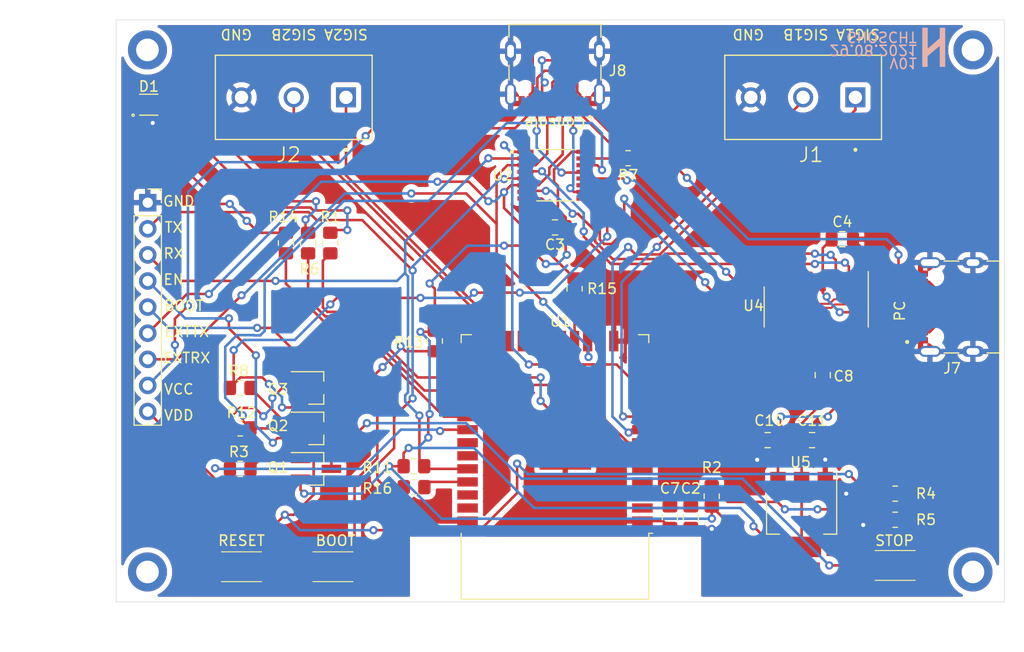
<source format=kicad_pcb>
(kicad_pcb (version 20211014) (generator pcbnew)

  (general
    (thickness 1.6)
  )

  (paper "A4")
  (title_block
    (title "Control")
    (date "2021-08-29")
    (rev "v01")
    (comment 4 "Author: GHOSCHT")
  )

  (layers
    (0 "F.Cu" signal)
    (31 "B.Cu" signal)
    (32 "B.Adhes" user "B.Adhesive")
    (33 "F.Adhes" user "F.Adhesive")
    (34 "B.Paste" user)
    (35 "F.Paste" user)
    (36 "B.SilkS" user "B.Silkscreen")
    (37 "F.SilkS" user "F.Silkscreen")
    (38 "B.Mask" user)
    (39 "F.Mask" user)
    (40 "Dwgs.User" user "User.Drawings")
    (41 "Cmts.User" user "User.Comments")
    (42 "Eco1.User" user "User.Eco1")
    (43 "Eco2.User" user "User.Eco2")
    (44 "Edge.Cuts" user)
    (45 "Margin" user)
    (46 "B.CrtYd" user "B.Courtyard")
    (47 "F.CrtYd" user "F.Courtyard")
    (48 "B.Fab" user)
    (49 "F.Fab" user)
  )

  (setup
    (pad_to_mask_clearance 0)
    (pcbplotparams
      (layerselection 0x00010fc_ffffffff)
      (disableapertmacros false)
      (usegerberextensions true)
      (usegerberattributes true)
      (usegerberadvancedattributes true)
      (creategerberjobfile true)
      (svguseinch false)
      (svgprecision 6)
      (excludeedgelayer true)
      (plotframeref false)
      (viasonmask false)
      (mode 1)
      (useauxorigin false)
      (hpglpennumber 1)
      (hpglpenspeed 20)
      (hpglpendiameter 15.000000)
      (dxfpolygonmode true)
      (dxfimperialunits true)
      (dxfusepcbnewfont true)
      (psnegative false)
      (psa4output false)
      (plotreference true)
      (plotvalue true)
      (plotinvisibletext false)
      (sketchpadsonfab false)
      (subtractmaskfromsilk true)
      (outputformat 1)
      (mirror false)
      (drillshape 0)
      (scaleselection 1)
      (outputdirectory "Gerber/")
    )
  )

  (net 0 "")
  (net 1 "VDD")
  (net 2 "GND")
  (net 3 "MUXDTR")
  (net 4 "VCC")
  (net 5 "Net-(D1-Pad2)")
  (net 6 "Net-(D1-Pad1)")
  (net 7 "Net-(D1-Pad3)")
  (net 8 "RX")
  (net 9 "TX")
  (net 10 "EN")
  (net 11 "BOOT")
  (net 12 "unconnected-(J7-PadA5)")
  (net 13 "unconnected-(J7-PadB8)")
  (net 14 "unconnected-(J7-PadA8)")
  (net 15 "unconnected-(J7-PadB5)")
  (net 16 "EXTRTS")
  (net 17 "EXTDTR")
  (net 18 "Net-(Q2-Pad1)")
  (net 19 "SIG1A")
  (net 20 "SIG1B")
  (net 21 "D+")
  (net 22 "D-")
  (net 23 "SIG2A")
  (net 24 "SIG2B")
  (net 25 "RTS")
  (net 26 "Net-(Q3-Pad1)")
  (net 27 "EXTRX")
  (net 28 "EXTTX")
  (net 29 "DTR")
  (net 30 "LEDR")
  (net 31 "STOPRST")
  (net 32 "Net-(Q1-Pad1)")
  (net 33 "LEDG")
  (net 34 "LEDB")
  (net 35 "MUXRX")
  (net 36 "Net-(R15-Pad2)")
  (net 37 "MUXTX")
  (net 38 "Net-(R16-Pad2)")
  (net 39 "unconnected-(U1-Pad4)")
  (net 40 "unconnected-(U1-Pad5)")
  (net 41 "unconnected-(U1-Pad10)")
  (net 42 "unconnected-(U1-Pad11)")
  (net 43 "MUX")
  (net 44 "unconnected-(U1-Pad13)")
  (net 45 "unconnected-(U1-Pad14)")
  (net 46 "unconnected-(U1-Pad16)")
  (net 47 "unconnected-(U1-Pad19)")
  (net 48 "Net-(Q1-Pad3)")
  (net 49 "unconnected-(U1-Pad20)")
  (net 50 "Net-(C8-Pad2)")
  (net 51 "unconnected-(U1-Pad21)")
  (net 52 "unconnected-(U1-Pad22)")
  (net 53 "unconnected-(U1-Pad23)")
  (net 54 "unconnected-(U1-Pad24)")
  (net 55 "unconnected-(U1-Pad26)")
  (net 56 "unconnected-(U1-Pad29)")
  (net 57 "unconnected-(U1-Pad32)")
  (net 58 "unconnected-(U1-Pad33)")
  (net 59 "unconnected-(U1-Pad36)")
  (net 60 "unconnected-(U1-Pad37)")
  (net 61 "Net-(R5-Pad2)")
  (net 62 "Net-(R7-Pad2)")
  (net 63 "MUXRTS")
  (net 64 "unconnected-(U4-Pad7)")
  (net 65 "unconnected-(U4-Pad8)")
  (net 66 "unconnected-(U4-Pad9)")
  (net 67 "unconnected-(U4-Pad10)")
  (net 68 "unconnected-(U4-Pad11)")
  (net 69 "unconnected-(U4-Pad12)")
  (net 70 "unconnected-(U4-Pad15)")

  (footprint "HRO_TYPE-C-31-M-12:HRO_TYPE-C-31-M-12" (layer "F.Cu") (at 187.96 101.727 90))

  (footprint "Resistor_SMD:R_0805_2012Metric_Pad1.20x1.40mm_HandSolder" (layer "F.Cu") (at 180.399 119.888))

  (footprint "Package_TO_SOT_SMD:SOT-23_Handsoldering" (layer "F.Cu") (at 124.079 117.475))

  (footprint "Resistor_SMD:R_0805_2012Metric_Pad1.20x1.40mm_HandSolder" (layer "F.Cu") (at 116.713 117.475 180))

  (footprint "Resistor_SMD:R_0805_2012Metric_Pad1.20x1.40mm_HandSolder" (layer "F.Cu") (at 180.399 122.428))

  (footprint "SKRKAEE020:SKRKAEE020" (layer "F.Cu") (at 180.399 126.873))

  (footprint "SKRKAEE020:SKRKAEE020" (layer "F.Cu") (at 116.84 127))

  (footprint "HRO_TYPE-C-31-M-12:HRO_TYPE-C-31-M-12" (layer "F.Cu") (at 147.32 76.835 180))

  (footprint "Package_SO:SOIC-16_3.9x9.9mm_P1.27mm" (layer "F.Cu") (at 172.72 101.727 -90))

  (footprint "Capacitor_SMD:C_0805_2012Metric_Pad1.18x1.45mm_HandSolder" (layer "F.Cu") (at 173.355 108.3525 90))

  (footprint "Resistor_SMD:R_0805_2012Metric_Pad1.20x1.40mm_HandSolder" (layer "F.Cu") (at 133.604 117.221))

  (footprint "CUI_TB006-508-03BE:CUI_TB006-508-03BE" (layer "F.Cu") (at 127 81.3255 180))

  (footprint "Resistor_SMD:R_0805_2012Metric_Pad1.20x1.40mm_HandSolder" (layer "F.Cu") (at 162.56 120.142 -90))

  (footprint "CUI_TB006-508-03BE:CUI_TB006-508-03BE" (layer "F.Cu") (at 176.53 81.3255 180))

  (footprint "Capacitor_SMD:C_0805_2012Metric_Pad1.18x1.45mm_HandSolder" (layer "F.Cu") (at 160.528 122.174 -90))

  (footprint "Resistor_SMD:R_0805_2012Metric_Pad1.20x1.40mm_HandSolder" (layer "F.Cu") (at 154.432 87.249 180))

  (footprint "RF_Module:ESP32-WROOM-32" (layer "F.Cu") (at 147.32 114.3 180))

  (footprint "Resistor_SMD:R_0805_2012Metric_Pad1.20x1.40mm_HandSolder" (layer "F.Cu") (at 121.158 95.504 -90))

  (footprint "Package_TO_SOT_SMD:SOT-223-3_TabPin2" (layer "F.Cu") (at 171.3015 121.92 -90))

  (footprint (layer "F.Cu") (at 107.696 127.508))

  (footprint "Resistor_SMD:R_0805_2012Metric_Pad1.20x1.40mm_HandSolder" (layer "F.Cu") (at 149.225 99.949 -90))

  (footprint "CD74HC4053PWR:SOP65P640X120-16N" (layer "F.Cu") (at 147.32 88.9))

  (footprint "Capacitor_SMD:C_0805_2012Metric_Pad1.18x1.45mm_HandSolder" (layer "F.Cu") (at 167.9995 114.681 180))

  (footprint "Resistor_SMD:R_0805_2012Metric_Pad1.20x1.40mm_HandSolder" (layer "F.Cu") (at 116.713 113.538 180))

  (footprint "Capacitor_SMD:C_0805_2012Metric_Pad1.18x1.45mm_HandSolder" (layer "F.Cu") (at 158.496 122.174 -90))

  (footprint "Resistor_SMD:R_0805_2012Metric_Pad1.20x1.40mm_HandSolder" (layer "F.Cu") (at 135.636 105.029 -90))

  (footprint "Capacitor_SMD:C_0805_2012Metric_Pad1.18x1.45mm_HandSolder" (layer "F.Cu") (at 147.32 93.98 180))

  (footprint "Capacitor_SMD:C_0805_2012Metric_Pad1.18x1.45mm_HandSolder" (layer "F.Cu") (at 172.3175 114.681))

  (footprint "TJ-S1615CY6TGLCCSRGB-A5:TJ-S1615CY6TGLCCSRGB-A5" (layer "F.Cu") (at 107.823 82.042))

  (footprint "Connector_PinSocket_2.54mm:PinSocket_1x09_P2.54mm_Vertical" (layer "F.Cu") (at 107.721 91.577))

  (footprint "Capacitor_SMD:C_0805_2012Metric_Pad1.18x1.45mm_HandSolder" (layer "F.Cu") (at 175.26 95.123))

  (footprint "Package_TO_SOT_SMD:SOT-23_Handsoldering" (layer "F.Cu") (at 124.079 109.601))

  (footprint "Package_TO_SOT_SMD:SOT-23_Handsoldering" (layer "F.Cu") (at 124.079 113.538))

  (footprint "Resistor_SMD:R_0805_2012Metric_Pad1.20x1.40mm_HandSolder" (layer "F.Cu") (at 133.62 119.253))

  (footprint (layer "F.Cu") (at 187.96 76.708))

  (footprint "Resistor_SMD:R_0805_2012Metric_Pad1.20x1.40mm_HandSolder" (layer "F.Cu") (at 123.317 95.504 -90))

  (footprint "Resistor_SMD:R_0805_2012Metric_Pad1.20x1.40mm_HandSolder" (layer "F.Cu") (at 125.476 95.504 -90))

  (footprint "Resistor_SMD:R_0805_2012Metric_Pad1.20x1.40mm_HandSolder" (layer "F.Cu") (at 116.713 109.601))

  (footprint "MountingHole:MountingHole_2.2mm_M2_DIN965_Pad" (layer "F.Cu") (at 107.696 76.708))

  (footprint (layer "F.Cu") (at 187.96 127.508))

  (footprint "SKRKAEE020:SKRKAEE020" (layer "F.Cu") (at 125.73 127 180))

  (footprint "logo:logo" (layer "B.Cu") (at 184.15 76.454 180))

  (gr_line (start 104.648 130.429) (end 191.008 130.429) (layer "Edge.Cuts") (width 0.05) (tstamp 00000000-0000-0000-0000-0000612be863))
  (gr_line (start 191.008 73.787) (end 104.648 73.787) (layer "Edge.Cuts") (width 0.05) (tstamp 27cb800c-91f2-4581-a3df-283140f8de7a))
  (gr_line (start 191.008 73.787) (end 191.008 130.429) (layer "Edge.Cuts") (width 0.05) (tstamp 8e2e528c-9fd7-4d33-b2f6-50348f1f17ab))
  (gr_line (start 104.648 73.787) (end 104.648 130.429) (layer "Edge.Cuts") (width 0.05) (tstamp c1dde370-6c97-4cf2-912e-7f65fb9cb8a0))
  (gr_text "V01" (at 181.229 77.978 180) (layer "B.SilkS") (tstamp 0bdb31bb-e7b5-4ded-9a42-2efeb7aa1eac)
    (effects (font (size 1 1) (thickness 0.15)) (justify mirror))
  )
  (gr_text "GHOSCHT" (at 179.07 75.438 180) (layer "B.SilkS") (tstamp 2923ebe6-b266-428c-b7d5-56fe4ec64f67)
    (effects (font (size 1 1) (thickness 0.15)) (justify mirror))
  )
  (gr_text "29.08.2021" (at 178.308 76.708 180) (layer "B.SilkS") (tstamp aa17e972-073e-46ab-870d-59e31e60c64c)
    (effects (font (size 1 1) (thickness 0.15)) (justify mirror))
  )
  (gr_text "BOOT" (at 125.984 124.46) (layer "F.SilkS") (tstamp 088b35ab-6d78-4c44-aeb5-74ffb6209ceb)
    (effects (font (size 1 1) (thickness 0.15)))
  )
  (gr_text "GND" (at 166.116 75.184 180) (layer "F.SilkS") (tstamp 11b9ffc6-14e8-4e91-8762-3d81fe2a07d2)
    (effects (font (size 1 1) (thickness 0.15)))
  )
  (gr_text "TX" (at 110.236 93.98) (layer "F.SilkS") (tstamp 24d2a8f4-83f5-480f-8025-157150dffac1)
    (effects (font (size 1 1) (thickness 0.15)))
  )
  (gr_text "PC" (at 180.848 102.108 90) (layer "F.SilkS") (tstamp 2a8f9805-2ef4-442d-b857-33308da9e6ff)
    (effects (font (size 1 1) (thickness 0.15)))
  )
  (gr_text "EXTTX" (at 111.506 104.14) (layer "F.SilkS") (tstamp 42442343-71e9-4fd8-af53-d327066ba410)
    (effects (font (size 1 1) (thickness 0.15)))
  )
  (gr_text "STOP" (at 180.34 124.46) (layer "F.SilkS") (tstamp 5d4fb0aa-e113-45aa-a776-e15a6f39ec77)
    (effects (font (size 1 1) (thickness 0.15)))
  )
  (gr_text "RESET" (at 116.84 124.46) (layer "F.SilkS") (tstamp 621c3af4-90a1-4ba1-81a2-96555f589eec)
    (effects (font (size 1 1) (thickness 0.15)))
  )
  (gr_text "VCC" (at 110.744 109.728) (layer "F.SilkS") (tstamp 6226a305-f20f-4b9e-b4cb-51ceb4b5635c)
    (effects (font (size 1 1) (thickness 0.15)))
  )
  (gr_text "SIG1A" (at 176.784 75.184 180) (layer "F.SilkS") (tstamp 6cdf380d-6a57-49a6-8f50-d7a4f8042bdc)
    (effects (font (size 1 1) (thickness 0.15)))
  )
  (gr_text "SIG1B" (at 171.704 75.184 180) (layer "F.SilkS") (tstamp 80184351-19b3-4bcd-82a1-58efa7bb8354)
    (effects (font (size 1 1) (thickness 0.15)))
  )
  (gr_text "SIG2B" (at 121.92 75.184 180) (layer "F.SilkS") (tstamp 898d1a4e-37cd-49c7-9c88-360a5e2964d8)
    (effects (font (size 1 1) (thickness 0.15)))
  )
  (gr_text "EXTRX" (at 111.506 106.68) (layer "F.SilkS") (tstamp 92cb1f6a-7469-4da5-bac0-8161abd9c26a)
    (effects (font (size 1 1) (thickness 0.15)))
  )
  (gr_text "GND" (at 110.744 91.44) (layer "F.SilkS") (tstamp a97de3bc-5ccd-42d6-9a63-b1503b8a9792)
    (effects (font (size 1 1) (thickness 0.15)))
  )
  (gr_text "VDD" (at 110.744 112.268) (layer "F.SilkS") (tstamp ae528489-6d55-4f16-814d-6ca34115416c)
    (effects (font (size 1 1) (thickness 0.15)))
  )
  (gr_text "EN" (at 110.236 99.06) (layer "F.SilkS") (tstamp aead7a94-6d70-4c1c-a9ab-3cb20a40441b)
    (effects (font (size 1 1) (thickness 0.15)))
  )
  (gr_text "SIG2A" (at 127 75.184 180) (layer "F.SilkS") (tstamp c536e94d-b0a9-457b-87ac-a4d2776a6072)
    (effects (font (size 1 1) (thickness 0.15)))
  )
  (gr_text "GND" (at 116.332 75.184 180) (layer "F.SilkS") (tstamp cdd4d047-9758-4b64-9ac5-1aaa6e3ca935)
    (effects (font (size 1 1) (thickness 0.15)))
  )
  (gr_text "BOOT" (at 111.252 101.6) (layer "F.SilkS") (tstamp f4ac5d7d-9a90-4d9f-9cdf-2565605b767d)
    (effects (font (size 1 1) (thickness 0.15)))
  )
  (gr_text "Console" (at 147.32 83.82 180) (layer "F.SilkS") (tstamp f588c104-1c05-4c2f-97b5-7cbc3bc48578)
    (effects (font (size 1 1) (thickness 0.15)))
  )
  (gr_text "RX" (at 110.236 96.52) (layer "F.SilkS") (tstamp f6aa4674-d291-423a-aa6a-d393beaaa511)
    (effects (font (size 1 1) (thickness 0.15)))
  )

  (segment (start 176.53 102.235) (end 177.165 102.87) (width 0.25) (layer "F.Cu") (net 1) (tstamp 0772fd48-5bc3-4da8-9b0d-ccf6209591d0))
  (segment (start 134.239 104.14) (end 135.525 104.14) (width 0.25) (layer "F.Cu") (net 1) (tstamp 09539c11-3ba5-4276-b948-a5382bb78908))
  (segment (start 173.355 99.252) (end 173.355 100.33) (width 0.25) (layer "F.Cu") (net 1) (tstamp 0a9c7f15-aa9f-4a0a-b05c-3fc15e0d0978))
  (segment (start 173.355 99.252) (end 173.355 95.9905) (width 0.25) (layer "F.Cu") (net 1) (tstamp 0b3fd315-37ba-42d0-8b56-30a8f9dcf11b))
  (segment (start 171.28 113.089993) (end 171.28 114.681) (width 0.25) (layer "F.Cu") (net 1) (tstamp 0b7afe7a-ff88-44ea-ac05-02dfa9d6276c))
  (segment (start 114.32352 118.49952) (end 122.50448 118.49952) (width 0.25) (layer "F.Cu") (net 1) (tstamp 0ceddf5b-010b-4f0e-9269-3bad7cb9d81b))
  (segment (start 148.3575 93.002698) (end 148.3575 93.98) (width 0.25) (layer "F.Cu") (net 1) (tstamp 1a749d4d-d750-4ef4-8ae3-8f732e4329d6))
  (segment (start 132.604 115.935) (end 133.096 115.443) (width 0.25) (layer "F.Cu") (net 1) (tstamp 1aece9cb-2b9d-4518-9f44-0ccc0cdea940))
  (segment (start 162.56 122.303569) (end 162.574027 122.317596) (width 0.25) (layer "F.Cu") (net 1) (tstamp 1ba25e51-decd-41d7-b19b-b2ab586c204c))
  (segment (start 135.001 114.427) (end 135.001 112.268) (width 0.25) (layer "F.Cu") (net 1) (tstamp 295b5c8a-7bd7-4591-ade0-3435507c03b4))
  (segment (start 122.579 118.425) (end 122.579 119.531) (width 0.25) (layer "F.Cu") (net 1) (tstamp 343cb678-90ca-4aff-af78-94cc88a75536))
  (segment (start 132.604 117.221) (end 131.191 117.221) (width 0.25) (layer "F.Cu") (net 1) (tstamp 345072f7-c29d-4b13-bb9b-df0230736cf0))
  (segment (start 171.3015 114.7025) (end 171.28 114.681) (width 0.25) (layer "F.Cu") (net 1) (tstamp 35c989e0-39e1-43ec-b239-d7e1dcb0c7f0))
  (segment (start 162.56 121.142) (end 162.56 122.303569) (width 0.25) (layer "F.Cu") (net 1) (tstamp 40840c3a-c337-4642-82f1-bbf967ef10a6))
  (segment (start 148.463 96.647) (end 148.3575 96.5415) (width 0.25) (layer "F.Cu") (net 1) (tstamp 418b02e3-6526-4cf0-82ea-c3c3238b2643))
  (segment (start 135.525 104.14) (end 135.636 104.029) (width 0.25) (layer "F.Cu") (net 1) (tstamp 427bd064-4fc8-407a-a475-7edd970c0697))
  (segment (start 144.653 95.758) (end 146.431 97.536) (width 0.25) (layer "F.Cu") (net 1) (tstamp 4ec9d43d-a546-4687-9474-3b0dd77d9b21))
  (segment (start 173.355 95.9905) (end 174.2225 95.123) (width 0.25) (layer "F.Cu") (net 1) (tstamp 5068ffea-401d-480b-be7d-45dcc507ba42))
  (segment (start 147.230499 89.563181) (end 147.605022 89.937704) (width 0.25) (layer "F.Cu") (net 1) (tstamp 50ef0067-b3a9-43c5-b537-d51ed6c443b2))
  (segment (start 162.417 121.285) (end 162.56 121.142) (width 0.25) (layer "F.Cu") (net 1) (tstamp 585653c5-22e7-4d7b-9b71-fb8ec0e14d9c))
  (segment (start 122.50448 118.49952) (end 122.579 118.425) (width 0.25) (layer "F.Cu") (net 1) (tstamp 58d3fcfb-bd84-4bf3-8b51-59e23982d9e7))
  (segment (start 147.605022 89.937704) (end 147.605022 92.25022) (width 0.25) (layer "F.Cu") (net 1) (tstamp 5e950593-e787-492f-8b7c-8f547d7dba36))
  (segment (start 173.355 100.33) (end 173.736 100.711) (width 0.25) (layer "F.Cu") (net 1) (tstamp 6744e999-2a5e-48b8-9441-51aa812e68d7))
  (segment (start 171.3015 118.77) (end 171.3015 114.7025) (width 0.25) (layer "F.Cu") (net 1) (tstamp 6a1c6a39-a320-48b7-bab4-cc1192b1ccdd))
  (segment (start 177.165 104.202) (end 177.165 107.204993) (width 0.25) (layer "F.Cu") (net 1) (tstamp 73c11c9b-605e-4462-916a-83ee7cabbb43))
  (segment (start 173.355 99.252) (end 173.355 99.628072) (width 0.25) (layer "F.Cu") (net 1) (tstamp 7ba12f4a-ec6d-468c-99a1-51f405e6fc04))
  (segment (start 158.3475 121.285) (end 158.496 121.1365) (width 0.25) (layer "F.Cu") (net 1) (tstamp 7e475ffe-a64d-4cb1-820d-307b1df0149b))
  (segment (start 171.3015 125.07) (end 171.3015 118.77) (width 0.25) (layer "F.Cu") (net 1) (tstamp 94577e12-7b64-44c8-b56e-7cfead54a3c0))
  (segment (start 148.9514 86.625) (end 147.230499 88.345901) (width 0.25) (layer "F.Cu") (net 1) (tstamp 9ce3bc21-a5b6-49f5-b629-dc32c558e229))
  (segment (start 107.721 111.897) (end 114.32352 118.49952) (width 0.25) (layer "F.Cu") (net 1) (tstamp 9e1b2541-b67f-4b5e-bd09-efd5a0086134))
  (segment (start 147.230499 88.345901) (end 147.230499 89.563181) (width 0.25) (layer "F.Cu") (net 1) (tstamp 9f693ee3-ffa9-44a2-84e0-ac72d6dbe1a3))
  (segment (start 168.631 125.07) (end 171.3015 125.07) (width 0.25) (layer "F.Cu") (net 1) (tstamp a3072ae1-ed83-4f33-945e-0faa9a355cd9))
  (segment (start 160.3795 121.285) (end 160.528 121.1365) (width 0.25) (layer "F.Cu") (net 1) (tstamp af438183-42bf-4f00-95bd-83cb89f716bf))
  (segment (start 122.579 119.531) (end 122.936 119.888) (width 0.25) (layer "F.Cu") (net 1) (tstamp b34bf608-3625-42a2-9d34-609708d3b8fe))
  (segment (start 148.3575 96.5415) (end 148.3575 93.98) (width 0.25) (layer "F.Cu") (net 1) (tstamp b3668f36-2753-47f4-9a49-876054e09a6f))
  (segment (start 177.165 102.87) (end 177.165 104.202) (width 0.25) (layer "F.Cu") (net 1) (tstamp b52c907b-8b3f-4ef5-87d2-50ffb8fd7ffc))
  (segment (start 177.165 107.204993) (end 171.28 113.089993) (width 0.25) (layer "F.Cu") (net 1) (tstamp b57cd337-be8b-4f7a-a766-04c16dc178dd))
  (segment (start 166.624 123.063) (end 168.631 125.07) (width 0.25) (layer "F.Cu") (net 1) (tstamp b8994439-f905-486b-a09a-92ac5c78d058))
  (segment (start 150.19 86.625) (end 148.9514 86.625) (width 0.25) (layer "F.Cu") (net 1) (tstamp cc753394-79ea-4b53-a8af-a1bf7d53b10f))
  (segment (start 135.636 104.029) (end 135.636 99.949) (width 0.25) (layer "F.Cu") (net 1) (tstamp cff3efef-0f8f-4180-b13e-7b9f6aaf6281))
  (segment (start 135.636 99.949) (end 135.128 99.441) (width 0.25) (layer "F.Cu") (net 1) (tstamp d5eef11e-fe21-4235-bc85-2c8920677f98))
  (segment (start 132.604 117.221) (end 132.604 115.935) (width 0.25) (layer "F.Cu") (net 1) (tstamp d65d2812-1361-43d8-8287-3dd1106c2248))
  (segment (start 135.001 112.268) (end 135.128 112.141) (width 0.25) (layer "F.Cu") (net 1) (tstamp d752649f-8867-4a3d-b289-6187db024c75))
  (segment (start 175.006 102.235) (end 176.53 102.235) (width 0.25) (layer "F.Cu") (net 1) (tstamp da40ea85-accb-4afa-806b-e4833abeed1e))
  (segment (start 147.605022 92.25022) (end 148.3575 93.002698) (width 0.25) (layer "F.Cu") (net 1) (tstamp defb4790-822e-406a-886d-2dccfcf9a195))
  (segment (start 166.488 125.07) (end 171.3015 125.07) (width 0.25) (layer "F.Cu") (net 1) (tstamp dfcc44e6-66e9-4833-ab3a-cf321b167f99))
  (segment (start 142.367 95.758) (end 144.653 95.758) (width 0.25) (layer "F.Cu") (net 1) (tstamp e90ee953-5405-4a9d-af65-8a627a5e9c27))
  (segment (start 155.82 121.285) (end 162.417 121.285) (width 0.25) (layer "F.Cu") (net 1) (tstamp eebd6bcd-d38b-41a3-be37-17ab9bba9c94))
  (segment (start 162.56 121.142) (end 166.488 125.07) (width 0.25) (layer "F.Cu") (net 1) (tstamp f040acb9-c12e-4982-b2c7-91a4175db405))
  (via (at 166.624 123.063) (size 0.8) (drill 0.4) (layers "F.Cu" "B.Cu") (net 1) (tstamp 062b7267-dd0d-4fa2-90b3-f30d0a45ad2c))
  (via (at 133.096 115.443) (size 0.8) (drill 0.4) (layers "F.Cu" "B.Cu") (net 1) (tstamp 2021f175-0a66-43bc-8c54-3b3b783c01d1))
  (via (at 173.736 100.711) (size 0.8) (drill 0.4) (layers "F.Cu" "B.Cu") (net 1) (tstamp 232054d8-fe51-4f6e-b84d-2bc2bf4f3aa0))
  (via (at 142.367 95.758) (size 0.8) (drill 0.4) (layers "F.Cu" "B.Cu") (net 1) (tstamp 4501db26-2488-4db9-af45-4b3467011c80))
  (via (at 134.239 104.14) (size 0.8) (drill 0.4) (layers "F.Cu" "B.Cu") (net 1) (tstamp 492b4325-719b-4029-8f69-57186437ff7d))
  (via (at 135.128 99.441) (size 0.8) (drill 0.4) (layers "F.Cu" "B.Cu") (net 1) (tstamp 6221b4e6-9140-4049-861c-0eafd26316ba))
  (via (at 148.463 96.647) (size 0.8) (drill 0.4) (layers "F.Cu" "B.Cu") (net 1) (tstamp 6cb093cc-353e-4b67-8094-551608dc1e7e))
  (via (at 162.574027 122.317596) (size 0.8) (drill 0.4) (layers "F.Cu" "B.Cu") (net 1) (tstamp 89da002b-1c6b-4f22-a7ad-bcf65f82819e))
  (via (at 135.001 114.427) (size 0.8) (drill 0.4) (layers "F.Cu" "B.Cu") (net 1) (tstamp 9cb21eb4-986e-4d26-9147-63d29d7c7b73))
  (via (at 135.128 112.141) (size 0.8) (drill 0.4) (layers "F.Cu" "B.Cu") (net 1) (tstamp bfbdec1c-3f00-4e3f-a960-a05ea99d5c95))
  (via (at 146.431 97.536) (size 0.8) (drill 0.4) (layers "F.Cu" "B.Cu") (net 1) (tstamp c4676c82-8be7-43c7-ade8-7271cc2a881f))
  (via (at 175.006 102.235) (size 0.8) (drill 0.4) (layers "F.Cu" "B.Cu") (net 1) (tstamp d5eae238-2bf7-49b2-a399-fc40f0683f3a))
  (via (at 122.936 119.888) (size 0.8) (drill 0.4) (layers "F.Cu" "B.Cu") (net 1) (tstamp dc544e89-32c3-4445-98c2-04b3b91d6685))
  (via (at 131.191 117.221) (size 0.8) (drill 0.4) (layers "F.Cu" "B.Cu") (net 1) (tstamp fb89ad61-c608-4886-acc7-50d84b02865b))
  (segment (start 131.191 117.221) (end 136.297543 122.327543) (width 0.25) (layer "B.Cu") (net 1) (tstamp 09510aad-744d-4e76-84e6-9e7d678cbe82))
  (segment (start 145.288 121.285) (end 165.354 121.285) (width 0.25) (layer "B.Cu") (net 1) (tstamp 0a647962-4c56-4172-be0a-4f9de1603a5c))
  (segment (start 122.936 119.888) (end 128.524 119.888) (width 0.25) (layer "B.Cu") (net 1) (tstamp 0dadc6cf-eb96-4951-85e9-e0c787c3fdfc))
  (segment (start 136.297543 122.327543) (end 162.56408 122.327543) (width 0.25) (layer "B.Cu") (net 1) (tstamp 1458f440-8773-4375-a788-3dacc7873cb6))
  (segment (start 173.736 100.965) (end 175.006 102.235) (width 0.25) (layer "B.Cu") (net 1) (tstamp 1a060c41-e347-43d0-be76-cda6be6fabdb))
  (segment (start 162.56408 122.327543) (end 162.574027 122.317596) (width 0.25) (layer "B.Cu") (net 1) (tstamp 1b88db39-08c0-4e9a-928c-64d2b65e8f13))
  (segment (start 146.431 97.536) (end 147.574 97.536) (width 0.25) (layer "B.Cu") (net 1) (tstamp 2198910c-e4cf-47f8-bf8f-cbbbc3478ac3))
  (segment (start 139.446 115.443) (end 144.526 120.523) (width 0.25) (layer "B.Cu") (net 1) (tstamp 27203a8d-4795-4d80-929b-a10d6b0b87c6))
  (segment (start 144.526 120.523) (end 145.288 121.285) (width 0.25) (layer "B.Cu") (net 1) (tstamp 2e1e1f54-ac82-4b74-8011-4d33c5b18bfe))
  (segment (start 135.128 112.141) (end 135.128 105.029) (width 0.25) (layer "B.Cu") (net 1) (tstamp 3186f461-6363-44b7-a33a-33bed59e4434))
  (segment (start 147.574 97.536) (end 148.463 96.647) (width 0.25) (layer "B.Cu") (net 1) (tstamp 40ac8635-5d7f-4583-b6fb-cb9e6af80bde))
  (segment (start 166.624 122.555) (end 166.624 123.063) (width 0.25) (layer "B.Cu") (net 1) (tstamp 482fa3fa-152a-46d2-a358-e6e5456679f0))
  (segment (start 138.811 95.758) (end 142.367 95.758) (width 0.25) (layer "B.Cu") (net 1) (tstamp 4c613a89-ac24-4a04-a084-f9e352b15c0b))
  (segment (start 133.096 115.443) (end 139.446 115.443) (width 0.25) (layer "B.Cu") (net 1) (tstamp 4dc71bd7-9ba5-4dfe-813d-719e0bd29d51))
  (segment (start 173.736 100.711) (end 173.736 100.965) (width 0.25) (layer "B.Cu") (net 1) (tstamp 7b186dc8-e40f-4e57-b661-81bd77a787b0))
  (segment (start 133.096 115.443) (end 133.985 115.443) (width 0.25) (layer "B.Cu") (net 1) (tstamp 7b1c8056-d92e-4fa6-97c4-e749f8a138eb))
  (segment (start 128.524 119.888) (end 131.191 117.221) (width 0.25) (layer "B.Cu") (net 1) (tstamp 7fb664a2-82a3-4290-b696-2187d2a43efa))
  (segment (start 135.128 105.029) (end 134.239 104.14) (width 0.25) (layer "B.Cu") (net 1) (tstamp 815965e0-40fa-4af4-8276-781b56064ceb))
  (segment (start 135.128 99.441) (end 138.811 95.758) (width 0.25) (layer "B.Cu") (net 1) (tstamp b3861277-460b-459f-9615-f77724548773))
  (segment (start 133.985 115.443) (end 135.001 114.427) (width 0.25) (layer "B.Cu") (net 1) (tstamp c1e67729-27c7-45dc-869e-f9df84ca8004))
  (segment (start 165.354 121.285) (end 166.624 122.555) (width 0.25) (layer "B.Cu") (net 1) (tstamp cdb135f7-4bd2-40de-96dd-3dff49867a2d))
  (segment (start 166.962 114.681) (end 166.962 116.5645) (width 0.25) (layer "F.Cu") (net 2) (tstamp 1b1a26fb-eea8-4963-98ba-3cac0a0e7699))
  (segment (start 173.6015 118.77) (end 173.6015 116.572) (width 0.25) (layer "F.Cu") (net 2) (tstamp 22dd4885-f793-41fd-ba84-9e4b22514ffd))
  (segment (start 173.6015 116.572) (end 173.6015 114.9275) (width 0.25) (layer "F.Cu") (net 2) (tstamp 24d69e87-630c-4724-b73d-b9e4caa64bc0))
  (segment (start 106.951 82.567) (end 108.204 83.82) (width 0.25) (layer "F.Cu") (net 2) (tstamp 28710afd-dbe4-49da-80e6-73b74ac15c5b))
  (segment (start 162.4545 123.2115) (end 162.56 123.317) (width 0.25) (layer "F.Cu") (net 2) (tstamp 3341f917-00e9-4810-94f3-96deafe06e46))
  (segment (start 173.6015 118.77) (end 174.523 118.77) (width 0.25) (layer "F.Cu") (net 2) (tstamp 4fa34a99-9ad0-40fe-b35b-ef05b125c097))
  (segment (start 176.2975 95.123) (end 177.165 95.9905) (width 0.25) (layer "F.Cu") (net 2) (tstamp 5113a62a-daec-470b-a57d-52848c897cce))
  (segment (start 157.8395 122.555) (end 158.496 123.2115) (width 0.25) (layer "F.Cu") (net 2) (tstamp 59e48bd4-8c69-4be4-8845-3a9b411cbd7a))
  (segment (start 146.2825 93.98) (end 146.2825 91.4185) (width 0.25) (layer "F.Cu") (net 2) (tstamp 725aa646-07f4-41a4-87d7-9ecbdefef9f2))
  (segment (start 160.528 123.2115) (end 162.4545 123.2115) (width 0.25) (layer "F.Cu") (net 2) (tstamp 73ad6bf0-ec84-4d6c-b16b-9e75d276023d))
  (segment (start 178.891 122.936) (end 179.399 122.428) (width 0.25) (layer "F.Cu") (net 2) (tstamp 7ad25299-91f9-411e-a806-ef030c3fa5ee))
  (segment (start 166.962 116.5645) (end 166.9835 116.586) (width 0.25) (layer "F.Cu") (net 2) (tstamp 8d9d6cc8-1df0-4396-b630-452cd78f693c))
  (segment (start 158.496 123.2115) (end 160.528 123.2115) (width 0.25) (layer "F.Cu") (net 2) (tstamp a8d0cb69-2c4b-4754-99f8-fc8a779a0974))
  (segment (start 146.2825 91.4185) (end 146.039 91.175) (width 0.25) (layer "F.Cu") (net 2) (tstamp b074f8cd-fad1-46b9-932c-c465284afbb1))
  (segment (start 146.039 91.175) (end 144.45 91.175) (width 0.25) (layer "F.Cu") (net 2) (tstamp b3681630-b389-486a-b9d4-90e531d3386b))
  (segment (start 177.292 122.936) (end 178.891 122.936) (width 0.25) (layer "F.Cu") (net 2) (tstamp b7c4e718-e9fc-41f2-9dde-a81edcc7f4a8))
  (segment (start 174.523 118.77) (end 175.641 119.888) (width 0.25) (layer "F.Cu") (net 2) (tstamp c01a7fa2-f6d9-4011-84aa-912ba0204808))
  (segment (start 177.165 95.9905) (end 177.165 99.252) (width 0.25) (layer "F.Cu") (net 2) (tstamp c0662c31-007e-4a59-9a39-643b26e05f6a))
  (segment (start 106.948 82.567) (end 106.951 82.567) (width 0.25) (layer "F.Cu") (net 2) (tstamp c092d043-177b-4258-bbe1-d02c6aa9e6f2))
  (segment (start 155.82 122.555) (end 157.8395 122.555) (width 0.25) (layer "F.Cu") (net 2) (tstamp cb6740b8-549b-4a6a-8a21-34c650e4454b))
  (segment (start 173.6015 114.9275) (end 173.355 114.681) (width 0.25) (layer "F.Cu") (net 2) (tstamp ceff2bb7-36a6-4e42-aa95-a1cec1a60fac))
  (via (at 173.6015 116.572) (size 0.8) (drill 0.4) (layers "F.Cu" "B.Cu") (net 2) (tstamp 4b7111c5-fe81-4118-b1e4-c4d052eff531))
  (via (at 162.56 123.317) (size 0.8) (drill 0.4) (layers "F.Cu" "B.Cu") (net 2) (tstamp 5d2bd8b0-5cab-45cd-94be-9e46fce1ebdf))
  (via (at 108.204 83.82) (size 0.8) (drill 0.4) (layers "F.Cu" "B.Cu") (net 2) (tstamp 65d4236e-6c52-480b-8bda-0f826f32e119))
  (via (at 177.292 122.936) (size 0.8) (drill 0.4) (layers "F.Cu" "B.Cu") (net 2) (tstamp cc7203da-a79f-4b15-b87e-565d408b2693))
  (via (at 166.9835 116.586) (size 0.8) (drill 0.4) (layers "F.Cu" "B.Cu") (net 2) (tstamp dc882d02-3cc4-472e-953a-e876b227b064))
  (via (at 175.641 119.888) (size 0.8) (drill 0.4) (layers "F.Cu" "B.Cu") (net 2) (tstamp f4c05903-6605-4c59-ad49-bc9b4a305eef))
  (segment (start 177.292 121.539) (end 177.292 122.936) (width 0.25) (layer "B.Cu") (net 2) (tstamp 0af4423f-526a-4566-a231-c799bbcf3554))
  (segment (start 173.5875 116.586) (end 173.6015 116.572) (width 0.25) (layer "B.Cu") (net 2) (tstamp 4acd1988-a84c-4fb0-9206-61ba33a2c8cf))
  (segment (start 175.641 119.888) (end 177.292 121.539) (width 0.25) (layer "B.Cu") (net 2) (tstamp d221c8f4-d085-4b97-97ff-586e683055df))
  (segment (start 166.9835 116.586) (end 173.5875 116.586) (width 0.25) (layer "B.Cu") (net 2) (tstamp efe235e4-df1a-4e7e-a7e1-ee59b8d2a127))
  (segment (start 173.355 109.39) (end 171.816928 109.39) (width 0.25) (layer "F.Cu") (net 3) (tstamp 1c3898c9-3ac5-4d44-b9d9-c1020fe387a4))
  (segment (start 171.816928 109.39) (end 161.925 99.498072) (width 0.25) (layer "F.Cu") (net 3) (tstamp 21bfb576-c1af-4d62-81a8-6e7add502321))
  (segment (start 152.099901 95.593501) (end 151.675499 95.169099) (width 0.25) (layer "F.Cu") (net 3) (tstamp 470d1942-5b9b-4342-843d-aef6b12b04ae))
  (segment (start 151.675499 92.660499) (end 150.19 91.175) (width 0.25) (layer "F.Cu") (net 3) (tstamp 50e6951e-070a-4712-8d51-d68f34bd0479))
  (segment (start 151.675499 95.169099) (end 151.675499 92.660499) (width 0.25) (layer "F.Cu") (net 3) (tstamp 7180e7ea-9ace-46a6-9015-3c87fe6a25bb))
  (segment (start 154.051 91.186) (end 154.051 94.3696) (width 0.25) (layer "F.Cu") (net 3) (tstamp 95a326cc-494d-424f-9e30-10f61f7db13d))
  (segment (start 161.925 99.498072) (end 161.925 99.314) (width 0.25) (layer "F.Cu") (net 3) (tstamp c1f79773-ba42-4db4-84ff-a5f20356e84d))
  (segment (start 154.051 94.3696) (end 152.827099 95.593501) (width 0.25) (layer "F.Cu") (net 3) (tstamp dd76bfe3-6145-471a-a6e2-f667ce6b2608))
  (segment (start 152.827099 95.593501) (end 152.099901 95.593501) (width 0.25) (layer "F.Cu") (net 3) (tstamp ffb2000e-84fc-40fb-a847-21f7a641599d))
  (via (at 161.925 99.314) (size 0.8) (drill 0.4) (layers "F.Cu" "B.Cu") (net 3) (tstamp 298c1273-0262-4481-88f4-f395c24d986b))
  (via (at 154.051 91.186) (size 0.8) (drill 0.4) (layers "F.Cu" "B.Cu") (net 3) (tstamp 2ba2cf8b-7e8c-4592-aac0-8187924a8897))
  (segment (start 161.925 99.314) (end 154.051 91.44) (width 0.25) (layer "B.Cu") (net 3) (tstamp 3a3a4e13-c3e9-4ddd-ad75-8f0424005dd2))
  (segment (start 154.051 91.44) (end 154.051 91.186) (width 0.25) (layer "B.Cu") (net 3) (tstamp 443e0251-73ce-467c-b489-27f0a14fe129))
  (segment (start 149.485479 76.968479) (end 149.485479 80.785108) (width 0.25) (layer "F.Cu") (net 4) (tstamp 13f83cd7-de8f-485c-be0e-4b54fafcde0e))
  (segment (start 183.725371 104.177) (end 185.039 102.863371) (width 0.25) (layer "F.Cu") (net 4) (tstamp 159a00be-8b01-4939-8a20-1270111fc2a9))
  (segment (start 182.865 99.277) (end 183.689022 99.277) (width 0.25) (layer "F.Cu") (net 4) (tstamp 1db97cd5-a9c7-49d5-ac3c-31561c13d7ce))
  (segment (start 169.0015 114.7165) (end 169.037 114.681) (width 0.25) (layer "F.Cu") (net 4) (tstamp 22cdb84e-9808-4f6e-9d3c-ec737dff4006))
  (segment (start 149.77 82.905) (end 153.08948 86.22448) (width 0.25) (layer "F.Cu") (net 4) (tstamp 24a583aa-0f30-44d0-a9a2-5b4656a97115))
  (segment (start 182.865 104.177) (end 181.89 104.177) (width 0.25) (layer "F.Cu") (net 4) (tstamp 31f68ee2-e0c7-40c5-a039-bf6aa69b083c))
  (segment (start 129.667 84.328) (end 128.905 85.09) (width 0.25) (layer "F.Cu") (net 4) (tstamp 44f325b7-2434-46be-9c68-c124715d1134))
  (segment (start 182.865 104.177) (end 183.725371 104.177) (width 0.25) (layer "F.Cu") (net 4) (tstamp 52f7eda6-fd5b-45d7-8bb2-d7202850821c))
  (segment (start 169.0015 118.77) (end 169.0015 114.7165) (width 0.25) (layer "F.Cu") (net 4) (tstamp 576f94d2-86cc-4d8a-b740-797c616fa01c))
  (segment (start 183.689022 99.277) (end 185.039 100.626978) (width 0.25) (layer "F.Cu") (net 4) (tstamp 60cf15eb-a9ee-40b5-89ae-b6a31cfc5fa6))
  (segment (start 185.039 102.863371) (end 185.039 101.219) (width 0.25) (layer "F.Cu") (net 4) (tstamp 676a8f69-db83-4e4e-bc79-7b0584db297e))
  (segment (start 144.87 82.905) (end 143.447 84.328) (width 0.25) (layer "F.Cu") (net 4) (tstamp 70619cc5-1c6f-48c2-9b10-232582f78a7c))
  (segment (start 169.291 114.427) (end 169.037 114.681) (width 0.25) (layer "F.Cu") (net 4) (tstamp 710596b1-3d67-433c-9052-07eb5c967758))
  (segment (start 169.291 112.395) (end 169.291 114.427) (width 0.25) (layer "F.Cu") (net 4) (tstamp 733fc3da-e9cc-4149-8c0f-4d1dbe4e5bed))
  (segment (start 185.039 100.626978) (end 185.039 101.219) (width 0.25) (layer "F.Cu") (net 4) (tstamp 739b332b-cf66-40c8-b6eb-859e1a1df42d))
  (segment (start 145.154521 77.095479) (end 145.796 76.454) (width 0.25) (layer "F.Cu") (net 4) (tstamp 7401f853-b4d1-48b8-bf29-a300484159fd))
  (segment (start 180.721 96.647) (end 180.721 98.108) (width 0.25) (layer "F.Cu") (net 4) (tstamp 8379ea4c-bb45-4960-a402-e6c9cfef45fc))
  (segment (start 149.77 81.069629) (end 149.77 81.93) (width 0.25) (layer "F.Cu") (net 4) (tstamp 8b1e5577-f512-4e17-9b8a-b8f5a598adf1))
  (segment (start 181.89 99.277) (end 182.865 99.277) (width 0.25) (layer "F.Cu") (net 4) (tstamp 8e0ead45-4c20-4b9c-b2c4-eb8d93c6147f))
  (segment (start 148.971 76.454) (end 149.485479 76.968479) (width 0.25) (layer "F.Cu") (net 4) (tstamp 8f17ef81-8651-4c75-93ec-537a207cd59c))
  (segment (start 144.87 81.069629) (end 145.154521 80.785108) (width 0.25) (layer "F.Cu") (net 4) (tstamp 98c6e729-5491-42d1-bdd1-3ad0b02fc0a5))
  (segment (start 173.863 112.204) (end 173.863 112.395) (width 0.25) (layer "F.Cu") (net 4) (tstamp 9a430b43-2369-45cf-bff2-2e8002afe0b9))
  (segment (start 180.721 98.108) (end 181.89 99.277) (width 0.25) (layer "F.Cu") (net 4) (tstamp 9ac7b8fa-9780-4cae-a1d2-c8642f09820a))
  (segment (start 129.794 84.328) (end 129.667 84.328) (width 0.25) (layer "F.Cu") (net 4) (tstamp a315dfc8-c11a-409b-bf85-1226d0fdb62e))
  (segment (start 110.363 102.87) (end 110.363 105.41) (width 0.25) (layer "F.Cu") (net 4) (tstamp acc25bff-a2ae-44d4-a22f-49eacdbb63fb))
  (segment (start 157.21748 86.22448) (end 160.147 89.154) (width 0.25) (layer "F.Cu") (net 4) (tstamp b58ed26e-a550-4162-b104-fafc9d6e8463))
  (segment (start 145.154521 80.785108) (end 145.154521 77.095479) (width 0.25) (layer "F.Cu") (net 4) (tstamp b67bd46e-8e27-46c9-a228-d31a75e65ca8))
  (segment (start 144.87 81.93) (end 144.87 81.069629) (width 0.25) (layer "F.Cu") (net 4) (tstamp bc05e958-067d-4f77-acb2-e677e3a4011e))
  (segment (start 181.89 104.177) (end 173.863 112.204) (width 0.25) (layer "F.Cu") (net 4) (tstamp bd0dd924-bb8c-42f1-8b45-50195b8253aa))
  (segment (start 153.08948 86.22448) (end 157.21748 86.22448) (width 0.25) (layer "F.Cu") (net 4) (tstamp bd144e47-ee69-44af-b18f-c084705fecea))
  (segment (start 111.633 101.6) (end 110.363 102.87) (width 0.25) (layer "F.Cu") (net 4) (tstamp c00c5cdc-e2cb-4281-a355-ceb21eef17fe))
  (segment (start 149.485479 80.785108) (end 149.77 81.069629) (width 0.25) (layer "F.Cu") (net 4) (tstamp e51734af-6b81-493e-b1bd-f33ca2b4c493))
  (segment (start 149.77 81.93) (end 149.77 82.905) (width 0.25) (layer "F.Cu") (net 4) (tstamp ef53cd1c-7c4b-4540-835b-9e68e41635aa))
  (segment (start 143.447 84.328) (end 129.794 84.328) (width 0.25) (layer "F.Cu") (net 4) (tstamp f0926dee-6a22-4dc2-96fe-a98b3d49e4db))
  (segment (start 145.796 76.454) (end 148.971 76.454) (width 0.25) (layer "F.Cu") (net 4) (tstamp fa890843-4bc6-482b-8cad-eb7fdd6c27db))
  (segment (start 144.87 81.93) (end 144.87 82.905) (width 0.25) (layer "F.Cu") (net 4) (tstamp fcbcbf51-4bfb-4051-ac2b-1846cfb83bc7))
  (via (at 110.363 105.41) (size 0.8) (drill 0.4) (layers "F.Cu" "B.Cu") (net 4) (tstamp 142f234b-3d98-4c23-b6d9-45dbc8fd0e30))
  (via (at 180.721 96.647) (size 0.8) (drill 0.4) (layers "F.Cu" "B.Cu") (net 4) (tstamp 398d19a0-15b1-4e7d-a95e-e4313abdf981))
  (via (at 169.291 112.395) (size 0.8) (drill 0.4) (layers "F.Cu" "B.Cu") (net 4) (tstamp 71690529-582a-4b64-b701-7c03b26529f6))
  (via (at 111.633 101.6) (size 0.8) (drill 0.4) (layers "F.Cu" "B.Cu") (net 4) (tstamp b1bf5a46-770f-41db-b43c-ea6e83c7f178))
  (via (at 160.147 89.154) (size 0.8) (drill 0.4) (layers "F.Cu" "B.Cu") (net 4) (tstamp b789eadd-8dd4-46f8-af88-99bc532708cf))
  (via (at 128.905 85.09) (size 0.8) (drill 0.4) (layers "F.Cu" "B.Cu") (net 4) (tstamp de0d518c-fee4-4246-941c-762d667ba5e2))
  (via (at 173.863 112.395) (size 0.8) (drill 0.4) (layers "F.Cu" "B.Cu") (net 4) (tstamp e80f590a-3c5e-4e36-9608-631e254c1ff9))
  (segment (start 111.633 90.551) (end 111.633 101.6) (width 0.25) (layer "B.Cu") (net 4) (tstamp 0d98f8c6-9a2d-4e13-88bf-45c227c31044))
  (segment (start 166.116 95.123) (end 179.578 95.123) (width 0.25) (layer "B.Cu") (net 4) (tstamp 15416255-62e4-4a3e-bdbe-995c6ca7509c))
  (segment (start 110.363 106.715) (end 107.721 109.357) (width 0.25) (layer "B.Cu") (net 4) (tstamp 2af76883-c89e-4a64-88b6-2485649f3751))
  (segment (start 128.905 85.09) (end 126.365 87.63) (width 0.25) (layer "B.Cu") (net 4) (tstamp 60fa68c9-9b44-46d3-af28-f1511fbb8383))
  (segment (start 180.721 96.266) (end 180.721 96.647) (width 0.25) (layer "B.Cu") (net 4) (tstamp 66aea902-0d1b-4e4c-a66e-4346da4fffda))
  (segment (start 160.147 89.154) (end 166.116 95.123) (width 0.25) (layer "B.Cu") (net 4) (tstamp 8ee6e6d6-0399-4988-af28-f246ed41d41f))
  (segment (start 114.554 87.63) (end 111.633 90.551) (width 0.25) (layer "B.Cu") (net 4) (tstamp a8ec2c72-7335-4ea2-955a-dd8ebe35e032))
  (segment (start 179.578 95.123) (end 180.721 96.266) (width 0.25) (layer "B.Cu") (net 4) (tstamp b9c545d6-eeed-4035-bc2e-e594c40a185b))
  (segment (start 173.863 112.395) (end 169.291 112.395) (width 0.25) (layer "B.Cu") (net 4) (tstamp cd85df34-8f74-4fcf-bea1-22b89269999b))
  (segment (start 110.363 105.41) (end 110.363 106.715) (width 0.25) (layer "B.Cu") (net 4) (tstamp dfe63a93-e1f7-44dd-984a-f3e83f7320b9))
  (segment (start 126.365 87.63) (end 114.554 87.63) (width 0.25) (layer "B.Cu") (net 4) (tstamp e0121400-aaec-48a9-8278-0d49e20050ba))
  (segment (start 123.063 93.218) (end 123.063 94.25) (width 0.25) (layer "F.Cu") (net 5) (tstamp 055bdf6c-8cc3-4825-bfa6-d4d011a61b81))
  (segment (start 123.063 94.25) (end 123.317 94.504) (width 0.25) (layer "F.Cu") (net 5) (tstamp 1d1a0762-bf31-4111-a033-66fb82b96b6f))
  (segment (start 108.698 81.517) (end 110.981 81.517) (width 0.25) (layer "F.Cu") (net 5) (tstamp 235083b7-5a25-4ab2-bc48-ffe6a5a7522e))
  (segment (start 110.981 81.517) (end 120.904 91.44) (width 0.25) (layer "F.Cu") (net 5) (tstamp 3ae21c60-bce6-473e-a7a6-cb32caa24841))
  (segment (start 120.904 91.44) (end 124.079 91.44) (width 0.25) (layer "F.Cu") (net 5) (tstamp 92dc4655-7583-473f-9ce1-c49d8731bbad))
  (via (at 123.063 93.218) (size 0.8) (drill 0.4) (layers "F.Cu" "B.Cu") (net 5) (tstamp 4f7dccf8-2433-4876-9a50-803c8819423b))
  (via (at 124.079 91.44) (size 0.8) (drill 0.4) (layers "F.Cu" "B.Cu") (net 5) (tstamp c115e7db-5c9b-4aa3-9e0e-4f39610f2a8a))
  (segment (start 124.079 92.202) (end 123.063 93.218) (width 0.25) (layer "B.Cu") (net 5) (tstamp 0bc0a6c2-c975-4b15-ac71-9d1b6a059e02))
  (segment (start 124.079 91.44) (end 124.079 92.202) (width 0.25) (layer "B.Cu") (net 5) (tstamp fd3e665e-4faf-4888-87b3-84b7f58127b7))
  (segment (start 106.948 81.517) (end 106.798 81.517) (width 0.25) (layer "F.Cu") (net 6) (tstamp 2694e49b-57ba-4826-81df-532c8655f0a3))
  (segment (start 117.348 93.345) (end 118.507 94.504) (width 0.25) (layer "F.Cu") (net 6) (tstamp 52d1fb62-4b7b-4ab9-87a4-7e84235ba5ba))
  (segment (start 106.198489 82.116511) (end 106.198489 83.166511) (width 0.25) (layer "F.Cu") (net 6) (tstamp 6ac55c75-9f8c-4684-ad03-b906ffac7121))
  (segment (start 118.507 94.504) (end 121.158 94.504) (width 0.25) (layer "F.Cu") (net 6) (tstamp 821b579e-a362-4b86-a54b-62f70ff6ad5e))
  (segment (start 114.725978 91.694) (end 115.697 91.694) (width 0.25) (layer "F.Cu") (net 6) (tstamp 9bde5e67-fd7b-4998-a938-212513771905))
  (segment (start 106.198489 83.166511) (end 114.725978 91.694) (width 0.25) (layer "F.Cu") (net 6) (tstamp b9fb76ab-4e02-4f4b-b81e-b11889591b6b))
  (segment (start 106.798 81.517) (end 106.198489 82.116511) (width 0.25) (layer "F.Cu") (net 6) (tstamp eb2ec56d-c73d-4b2f-b76d-39ef678b5d4b))
  (via (at 115.697 91.694) (size 0.8) (drill 0.4) (layers "F.Cu" "B.Cu") (net 6) (tstamp 3afd15d7-e1a2-4640-a3b5-e7f8e38c4db2))
  (via (at 117.348 93.345) (size 0.8) (drill 0.4) (layers "F.Cu" "B.Cu") (net 6) (tstamp 717c6329-2338-437d-9077-b1efba5ad483))
  (segment (start 115.697 91.694) (end 117.348 93.345) (width 0.25) (layer "B.Cu") (net 6) (tstamp d9441554-d9d6-462c-98c4-3150c6755785))
  (segment (start 127.127 94.234) (end 125.746 94.234) (width 0.25) (layer "F.Cu") (net 7) (tstamp 22354d74-fedf-47b9-bba4-e231f6d5419b))
  (segment (start 109.587 82.567) (end 119.063988 92.043988) (width 0.25) (layer "F.Cu") (net 7) (tstamp 22d9c291-8b74-4399-
... [599819 chars truncated]
</source>
